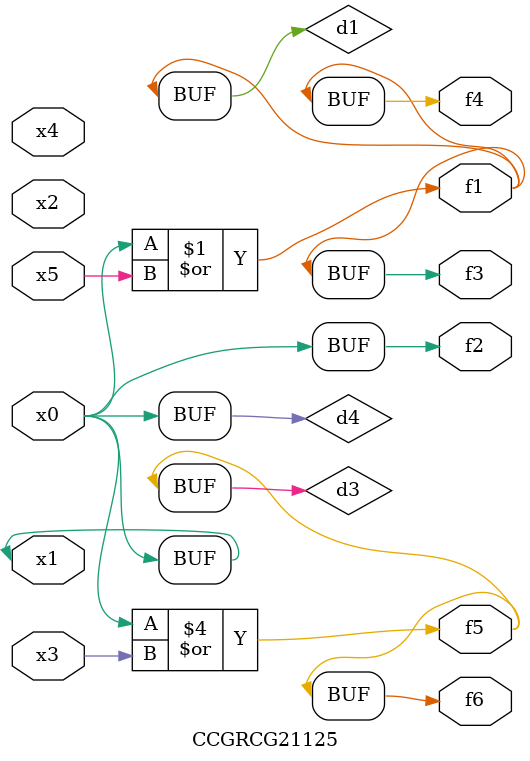
<source format=v>
module CCGRCG21125(
	input x0, x1, x2, x3, x4, x5,
	output f1, f2, f3, f4, f5, f6
);

	wire d1, d2, d3, d4;

	or (d1, x0, x5);
	xnor (d2, x1, x4);
	or (d3, x0, x3);
	buf (d4, x0, x1);
	assign f1 = d1;
	assign f2 = d4;
	assign f3 = d1;
	assign f4 = d1;
	assign f5 = d3;
	assign f6 = d3;
endmodule

</source>
